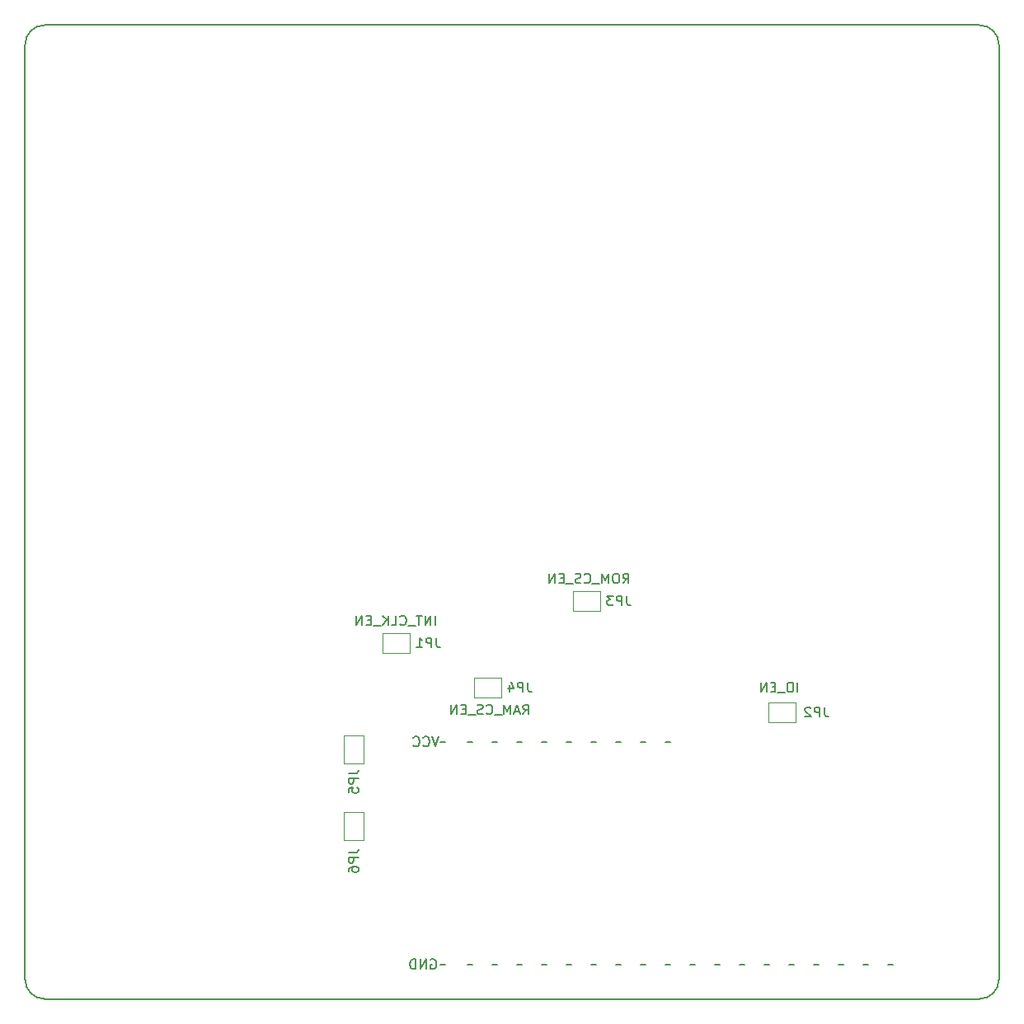
<source format=gbr>
%TF.GenerationSoftware,KiCad,Pcbnew,(5.1.5)-3*%
%TF.CreationDate,2020-10-20T23:15:23-07:00*%
%TF.ProjectId,mgh80,6d676838-302e-46b6-9963-61645f706362,rev?*%
%TF.SameCoordinates,Original*%
%TF.FileFunction,Legend,Bot*%
%TF.FilePolarity,Positive*%
%FSLAX46Y46*%
G04 Gerber Fmt 4.6, Leading zero omitted, Abs format (unit mm)*
G04 Created by KiCad (PCBNEW (5.1.5)-3) date 2020-10-20 23:15:23*
%MOMM*%
%LPD*%
G04 APERTURE LIST*
%ADD10C,0.200000*%
%ADD11C,0.177800*%
%ADD12C,0.150000*%
%ADD13C,0.120000*%
G04 APERTURE END LIST*
D10*
X150368000Y-114808000D02*
X149860000Y-114808000D01*
X147828000Y-114808000D02*
X147320000Y-114808000D01*
X145288000Y-114808000D02*
X144780000Y-114808000D01*
X142748000Y-114808000D02*
X142240000Y-114808000D01*
X140208000Y-114808000D02*
X139700000Y-114808000D01*
X137668000Y-114808000D02*
X137160000Y-114808000D01*
X135128000Y-114808000D02*
X134620000Y-114808000D01*
X132588000Y-114808000D02*
X132080000Y-114808000D01*
D11*
X126576666Y-114251619D02*
X126238000Y-115267619D01*
X125899333Y-114251619D01*
X124980095Y-115170857D02*
X125028476Y-115219238D01*
X125173619Y-115267619D01*
X125270380Y-115267619D01*
X125415523Y-115219238D01*
X125512285Y-115122476D01*
X125560666Y-115025714D01*
X125609047Y-114832190D01*
X125609047Y-114687047D01*
X125560666Y-114493523D01*
X125512285Y-114396761D01*
X125415523Y-114300000D01*
X125270380Y-114251619D01*
X125173619Y-114251619D01*
X125028476Y-114300000D01*
X124980095Y-114348380D01*
X123964095Y-115170857D02*
X124012476Y-115219238D01*
X124157619Y-115267619D01*
X124254380Y-115267619D01*
X124399523Y-115219238D01*
X124496285Y-115122476D01*
X124544666Y-115025714D01*
X124593047Y-114832190D01*
X124593047Y-114687047D01*
X124544666Y-114493523D01*
X124496285Y-114396761D01*
X124399523Y-114300000D01*
X124254380Y-114251619D01*
X124157619Y-114251619D01*
X124012476Y-114300000D01*
X123964095Y-114348380D01*
D10*
X130048000Y-114808000D02*
X129540000Y-114808000D01*
X127254000Y-114808000D02*
X126746000Y-114808000D01*
D11*
X125742095Y-137160000D02*
X125838857Y-137111619D01*
X125984000Y-137111619D01*
X126129142Y-137160000D01*
X126225904Y-137256761D01*
X126274285Y-137353523D01*
X126322666Y-137547047D01*
X126322666Y-137692190D01*
X126274285Y-137885714D01*
X126225904Y-137982476D01*
X126129142Y-138079238D01*
X125984000Y-138127619D01*
X125887238Y-138127619D01*
X125742095Y-138079238D01*
X125693714Y-138030857D01*
X125693714Y-137692190D01*
X125887238Y-137692190D01*
X125258285Y-138127619D02*
X125258285Y-137111619D01*
X124677714Y-138127619D01*
X124677714Y-137111619D01*
X124193904Y-138127619D02*
X124193904Y-137111619D01*
X123952000Y-137111619D01*
X123806857Y-137160000D01*
X123710095Y-137256761D01*
X123661714Y-137353523D01*
X123613333Y-137547047D01*
X123613333Y-137692190D01*
X123661714Y-137885714D01*
X123710095Y-137982476D01*
X123806857Y-138079238D01*
X123952000Y-138127619D01*
X124193904Y-138127619D01*
D10*
X130048000Y-137668000D02*
X129540000Y-137668000D01*
X168148000Y-137668000D02*
X167640000Y-137668000D01*
X147828000Y-137668000D02*
X147320000Y-137668000D01*
X165608000Y-137668000D02*
X165100000Y-137668000D01*
X152908000Y-137668000D02*
X152400000Y-137668000D01*
X160528000Y-137668000D02*
X160020000Y-137668000D01*
X145288000Y-137668000D02*
X144780000Y-137668000D01*
X140208000Y-137668000D02*
X139700000Y-137668000D01*
X173228000Y-137668000D02*
X172720000Y-137668000D01*
X163068000Y-137668000D02*
X162560000Y-137668000D01*
X170688000Y-137668000D02*
X170180000Y-137668000D01*
X150368000Y-137668000D02*
X149860000Y-137668000D01*
X142748000Y-137668000D02*
X142240000Y-137668000D01*
X135128000Y-137668000D02*
X134620000Y-137668000D01*
X157988000Y-137668000D02*
X157480000Y-137668000D01*
X155448000Y-137668000D02*
X154940000Y-137668000D01*
X137668000Y-137668000D02*
X137160000Y-137668000D01*
X132588000Y-137668000D02*
X132080000Y-137668000D01*
X127254000Y-137668000D02*
X126746000Y-137668000D01*
D12*
X135230761Y-111958380D02*
X135564095Y-111482190D01*
X135802190Y-111958380D02*
X135802190Y-110958380D01*
X135421238Y-110958380D01*
X135326000Y-111006000D01*
X135278380Y-111053619D01*
X135230761Y-111148857D01*
X135230761Y-111291714D01*
X135278380Y-111386952D01*
X135326000Y-111434571D01*
X135421238Y-111482190D01*
X135802190Y-111482190D01*
X134849809Y-111672666D02*
X134373619Y-111672666D01*
X134945047Y-111958380D02*
X134611714Y-110958380D01*
X134278380Y-111958380D01*
X133945047Y-111958380D02*
X133945047Y-110958380D01*
X133611714Y-111672666D01*
X133278380Y-110958380D01*
X133278380Y-111958380D01*
X133040285Y-112053619D02*
X132278380Y-112053619D01*
X131468857Y-111863142D02*
X131516476Y-111910761D01*
X131659333Y-111958380D01*
X131754571Y-111958380D01*
X131897428Y-111910761D01*
X131992666Y-111815523D01*
X132040285Y-111720285D01*
X132087904Y-111529809D01*
X132087904Y-111386952D01*
X132040285Y-111196476D01*
X131992666Y-111101238D01*
X131897428Y-111006000D01*
X131754571Y-110958380D01*
X131659333Y-110958380D01*
X131516476Y-111006000D01*
X131468857Y-111053619D01*
X131087904Y-111910761D02*
X130945047Y-111958380D01*
X130706952Y-111958380D01*
X130611714Y-111910761D01*
X130564095Y-111863142D01*
X130516476Y-111767904D01*
X130516476Y-111672666D01*
X130564095Y-111577428D01*
X130611714Y-111529809D01*
X130706952Y-111482190D01*
X130897428Y-111434571D01*
X130992666Y-111386952D01*
X131040285Y-111339333D01*
X131087904Y-111244095D01*
X131087904Y-111148857D01*
X131040285Y-111053619D01*
X130992666Y-111006000D01*
X130897428Y-110958380D01*
X130659333Y-110958380D01*
X130516476Y-111006000D01*
X130326000Y-112053619D02*
X129564095Y-112053619D01*
X129326000Y-111434571D02*
X128992666Y-111434571D01*
X128849809Y-111958380D02*
X129326000Y-111958380D01*
X129326000Y-110958380D01*
X128849809Y-110958380D01*
X128421238Y-111958380D02*
X128421238Y-110958380D01*
X127849809Y-111958380D01*
X127849809Y-110958380D01*
X145486000Y-98496380D02*
X145819333Y-98020190D01*
X146057428Y-98496380D02*
X146057428Y-97496380D01*
X145676476Y-97496380D01*
X145581238Y-97544000D01*
X145533619Y-97591619D01*
X145486000Y-97686857D01*
X145486000Y-97829714D01*
X145533619Y-97924952D01*
X145581238Y-97972571D01*
X145676476Y-98020190D01*
X146057428Y-98020190D01*
X144866952Y-97496380D02*
X144676476Y-97496380D01*
X144581238Y-97544000D01*
X144486000Y-97639238D01*
X144438380Y-97829714D01*
X144438380Y-98163047D01*
X144486000Y-98353523D01*
X144581238Y-98448761D01*
X144676476Y-98496380D01*
X144866952Y-98496380D01*
X144962190Y-98448761D01*
X145057428Y-98353523D01*
X145105047Y-98163047D01*
X145105047Y-97829714D01*
X145057428Y-97639238D01*
X144962190Y-97544000D01*
X144866952Y-97496380D01*
X144009809Y-98496380D02*
X144009809Y-97496380D01*
X143676476Y-98210666D01*
X143343142Y-97496380D01*
X143343142Y-98496380D01*
X143105047Y-98591619D02*
X142343142Y-98591619D01*
X141533619Y-98401142D02*
X141581238Y-98448761D01*
X141724095Y-98496380D01*
X141819333Y-98496380D01*
X141962190Y-98448761D01*
X142057428Y-98353523D01*
X142105047Y-98258285D01*
X142152666Y-98067809D01*
X142152666Y-97924952D01*
X142105047Y-97734476D01*
X142057428Y-97639238D01*
X141962190Y-97544000D01*
X141819333Y-97496380D01*
X141724095Y-97496380D01*
X141581238Y-97544000D01*
X141533619Y-97591619D01*
X141152666Y-98448761D02*
X141009809Y-98496380D01*
X140771714Y-98496380D01*
X140676476Y-98448761D01*
X140628857Y-98401142D01*
X140581238Y-98305904D01*
X140581238Y-98210666D01*
X140628857Y-98115428D01*
X140676476Y-98067809D01*
X140771714Y-98020190D01*
X140962190Y-97972571D01*
X141057428Y-97924952D01*
X141105047Y-97877333D01*
X141152666Y-97782095D01*
X141152666Y-97686857D01*
X141105047Y-97591619D01*
X141057428Y-97544000D01*
X140962190Y-97496380D01*
X140724095Y-97496380D01*
X140581238Y-97544000D01*
X140390761Y-98591619D02*
X139628857Y-98591619D01*
X139390761Y-97972571D02*
X139057428Y-97972571D01*
X138914571Y-98496380D02*
X139390761Y-98496380D01*
X139390761Y-97496380D01*
X138914571Y-97496380D01*
X138486000Y-98496380D02*
X138486000Y-97496380D01*
X137914571Y-98496380D01*
X137914571Y-97496380D01*
X126221619Y-102814380D02*
X126221619Y-101814380D01*
X125745428Y-102814380D02*
X125745428Y-101814380D01*
X125174000Y-102814380D01*
X125174000Y-101814380D01*
X124840666Y-101814380D02*
X124269238Y-101814380D01*
X124554952Y-102814380D02*
X124554952Y-101814380D01*
X124174000Y-102909619D02*
X123412095Y-102909619D01*
X122602571Y-102719142D02*
X122650190Y-102766761D01*
X122793047Y-102814380D01*
X122888285Y-102814380D01*
X123031142Y-102766761D01*
X123126380Y-102671523D01*
X123174000Y-102576285D01*
X123221619Y-102385809D01*
X123221619Y-102242952D01*
X123174000Y-102052476D01*
X123126380Y-101957238D01*
X123031142Y-101862000D01*
X122888285Y-101814380D01*
X122793047Y-101814380D01*
X122650190Y-101862000D01*
X122602571Y-101909619D01*
X121697809Y-102814380D02*
X122174000Y-102814380D01*
X122174000Y-101814380D01*
X121364476Y-102814380D02*
X121364476Y-101814380D01*
X120793047Y-102814380D02*
X121221619Y-102242952D01*
X120793047Y-101814380D02*
X121364476Y-102385809D01*
X120602571Y-102909619D02*
X119840666Y-102909619D01*
X119602571Y-102290571D02*
X119269238Y-102290571D01*
X119126380Y-102814380D02*
X119602571Y-102814380D01*
X119602571Y-101814380D01*
X119126380Y-101814380D01*
X118697809Y-102814380D02*
X118697809Y-101814380D01*
X118126380Y-102814380D01*
X118126380Y-101814380D01*
X163424952Y-109672380D02*
X163424952Y-108672380D01*
X162758285Y-108672380D02*
X162567809Y-108672380D01*
X162472571Y-108720000D01*
X162377333Y-108815238D01*
X162329714Y-109005714D01*
X162329714Y-109339047D01*
X162377333Y-109529523D01*
X162472571Y-109624761D01*
X162567809Y-109672380D01*
X162758285Y-109672380D01*
X162853523Y-109624761D01*
X162948761Y-109529523D01*
X162996380Y-109339047D01*
X162996380Y-109005714D01*
X162948761Y-108815238D01*
X162853523Y-108720000D01*
X162758285Y-108672380D01*
X162139238Y-109767619D02*
X161377333Y-109767619D01*
X161139238Y-109148571D02*
X160805904Y-109148571D01*
X160663047Y-109672380D02*
X161139238Y-109672380D01*
X161139238Y-108672380D01*
X160663047Y-108672380D01*
X160234476Y-109672380D02*
X160234476Y-108672380D01*
X159663047Y-109672380D01*
X159663047Y-108672380D01*
X184090000Y-43186000D02*
X184090000Y-139186000D01*
X184090000Y-43186000D02*
G75*
G03X182090000Y-41186000I-2000000J0D01*
G01*
X182090000Y-141186000D02*
G75*
G03X184090000Y-139186000I0J2000000D01*
G01*
X86090000Y-41186000D02*
G75*
G03X84090000Y-43186000I0J-2000000D01*
G01*
X86090000Y-41186000D02*
X182090000Y-41186000D01*
X84090000Y-139186000D02*
G75*
G03X86090000Y-141186000I2000000J0D01*
G01*
X182090000Y-141186000D02*
X86090000Y-141186000D01*
X84090000Y-139186000D02*
X84090000Y-43186000D01*
D13*
X118856000Y-116970000D02*
X118856000Y-114170000D01*
X118856000Y-114170000D02*
X116856000Y-114170000D01*
X116856000Y-114170000D02*
X116856000Y-116970000D01*
X116856000Y-116970000D02*
X118856000Y-116970000D01*
X118856000Y-124844000D02*
X118856000Y-122044000D01*
X118856000Y-122044000D02*
X116856000Y-122044000D01*
X116856000Y-122044000D02*
X116856000Y-124844000D01*
X116856000Y-124844000D02*
X118856000Y-124844000D01*
X123574000Y-105648000D02*
X123574000Y-103648000D01*
X120774000Y-105648000D02*
X123574000Y-105648000D01*
X120774000Y-103648000D02*
X120774000Y-105648000D01*
X123574000Y-103648000D02*
X120774000Y-103648000D01*
X163198000Y-110760000D02*
X160398000Y-110760000D01*
X160398000Y-110760000D02*
X160398000Y-112760000D01*
X160398000Y-112760000D02*
X163198000Y-112760000D01*
X163198000Y-112760000D02*
X163198000Y-110760000D01*
X140332000Y-99330000D02*
X140332000Y-101330000D01*
X143132000Y-99330000D02*
X140332000Y-99330000D01*
X143132000Y-101330000D02*
X143132000Y-99330000D01*
X140332000Y-101330000D02*
X143132000Y-101330000D01*
X130172000Y-110220000D02*
X132972000Y-110220000D01*
X132972000Y-110220000D02*
X132972000Y-108220000D01*
X132972000Y-108220000D02*
X130172000Y-108220000D01*
X130172000Y-108220000D02*
X130172000Y-110220000D01*
D12*
X117308380Y-118038666D02*
X118022666Y-118038666D01*
X118165523Y-117991047D01*
X118260761Y-117895809D01*
X118308380Y-117752952D01*
X118308380Y-117657714D01*
X118308380Y-118514857D02*
X117308380Y-118514857D01*
X117308380Y-118895809D01*
X117356000Y-118991047D01*
X117403619Y-119038666D01*
X117498857Y-119086285D01*
X117641714Y-119086285D01*
X117736952Y-119038666D01*
X117784571Y-118991047D01*
X117832190Y-118895809D01*
X117832190Y-118514857D01*
X117308380Y-119991047D02*
X117308380Y-119514857D01*
X117784571Y-119467238D01*
X117736952Y-119514857D01*
X117689333Y-119610095D01*
X117689333Y-119848190D01*
X117736952Y-119943428D01*
X117784571Y-119991047D01*
X117879809Y-120038666D01*
X118117904Y-120038666D01*
X118213142Y-119991047D01*
X118260761Y-119943428D01*
X118308380Y-119848190D01*
X118308380Y-119610095D01*
X118260761Y-119514857D01*
X118213142Y-119467238D01*
X117308380Y-126166666D02*
X118022666Y-126166666D01*
X118165523Y-126119047D01*
X118260761Y-126023809D01*
X118308380Y-125880952D01*
X118308380Y-125785714D01*
X118308380Y-126642857D02*
X117308380Y-126642857D01*
X117308380Y-127023809D01*
X117356000Y-127119047D01*
X117403619Y-127166666D01*
X117498857Y-127214285D01*
X117641714Y-127214285D01*
X117736952Y-127166666D01*
X117784571Y-127119047D01*
X117832190Y-127023809D01*
X117832190Y-126642857D01*
X117308380Y-128071428D02*
X117308380Y-127880952D01*
X117356000Y-127785714D01*
X117403619Y-127738095D01*
X117546476Y-127642857D01*
X117736952Y-127595238D01*
X118117904Y-127595238D01*
X118213142Y-127642857D01*
X118260761Y-127690476D01*
X118308380Y-127785714D01*
X118308380Y-127976190D01*
X118260761Y-128071428D01*
X118213142Y-128119047D01*
X118117904Y-128166666D01*
X117879809Y-128166666D01*
X117784571Y-128119047D01*
X117736952Y-128071428D01*
X117689333Y-127976190D01*
X117689333Y-127785714D01*
X117736952Y-127690476D01*
X117784571Y-127642857D01*
X117879809Y-127595238D01*
X126309333Y-104100380D02*
X126309333Y-104814666D01*
X126356952Y-104957523D01*
X126452190Y-105052761D01*
X126595047Y-105100380D01*
X126690285Y-105100380D01*
X125833142Y-105100380D02*
X125833142Y-104100380D01*
X125452190Y-104100380D01*
X125356952Y-104148000D01*
X125309333Y-104195619D01*
X125261714Y-104290857D01*
X125261714Y-104433714D01*
X125309333Y-104528952D01*
X125356952Y-104576571D01*
X125452190Y-104624190D01*
X125833142Y-104624190D01*
X124309333Y-105100380D02*
X124880761Y-105100380D01*
X124595047Y-105100380D02*
X124595047Y-104100380D01*
X124690285Y-104243238D01*
X124785523Y-104338476D01*
X124880761Y-104386095D01*
X166187333Y-111212380D02*
X166187333Y-111926666D01*
X166234952Y-112069523D01*
X166330190Y-112164761D01*
X166473047Y-112212380D01*
X166568285Y-112212380D01*
X165711142Y-112212380D02*
X165711142Y-111212380D01*
X165330190Y-111212380D01*
X165234952Y-111260000D01*
X165187333Y-111307619D01*
X165139714Y-111402857D01*
X165139714Y-111545714D01*
X165187333Y-111640952D01*
X165234952Y-111688571D01*
X165330190Y-111736190D01*
X165711142Y-111736190D01*
X164758761Y-111307619D02*
X164711142Y-111260000D01*
X164615904Y-111212380D01*
X164377809Y-111212380D01*
X164282571Y-111260000D01*
X164234952Y-111307619D01*
X164187333Y-111402857D01*
X164187333Y-111498095D01*
X164234952Y-111640952D01*
X164806380Y-112212380D01*
X164187333Y-112212380D01*
X145867333Y-99782380D02*
X145867333Y-100496666D01*
X145914952Y-100639523D01*
X146010190Y-100734761D01*
X146153047Y-100782380D01*
X146248285Y-100782380D01*
X145391142Y-100782380D02*
X145391142Y-99782380D01*
X145010190Y-99782380D01*
X144914952Y-99830000D01*
X144867333Y-99877619D01*
X144819714Y-99972857D01*
X144819714Y-100115714D01*
X144867333Y-100210952D01*
X144914952Y-100258571D01*
X145010190Y-100306190D01*
X145391142Y-100306190D01*
X144486380Y-99782380D02*
X143867333Y-99782380D01*
X144200666Y-100163333D01*
X144057809Y-100163333D01*
X143962571Y-100210952D01*
X143914952Y-100258571D01*
X143867333Y-100353809D01*
X143867333Y-100591904D01*
X143914952Y-100687142D01*
X143962571Y-100734761D01*
X144057809Y-100782380D01*
X144343523Y-100782380D01*
X144438761Y-100734761D01*
X144486380Y-100687142D01*
X135707333Y-108672380D02*
X135707333Y-109386666D01*
X135754952Y-109529523D01*
X135850190Y-109624761D01*
X135993047Y-109672380D01*
X136088285Y-109672380D01*
X135231142Y-109672380D02*
X135231142Y-108672380D01*
X134850190Y-108672380D01*
X134754952Y-108720000D01*
X134707333Y-108767619D01*
X134659714Y-108862857D01*
X134659714Y-109005714D01*
X134707333Y-109100952D01*
X134754952Y-109148571D01*
X134850190Y-109196190D01*
X135231142Y-109196190D01*
X133802571Y-109005714D02*
X133802571Y-109672380D01*
X134040666Y-108624761D02*
X134278761Y-109339047D01*
X133659714Y-109339047D01*
M02*

</source>
